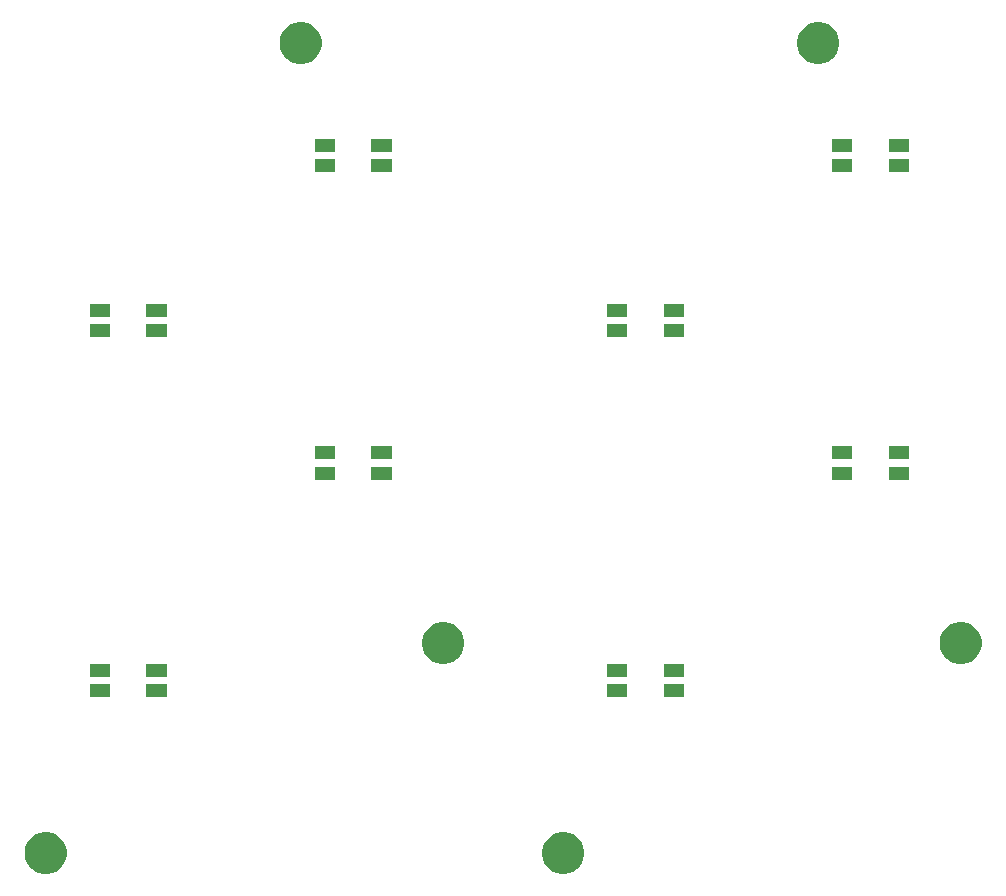
<source format=gbs>
G04 #@! TF.GenerationSoftware,KiCad,Pcbnew,5.0.2-bee76a0~70~ubuntu18.04.1*
G04 #@! TF.CreationDate,2019-07-24T01:50:04+09:00*
G04 #@! TF.ProjectId,shieldR,73686965-6c64-4522-9e6b-696361645f70,rev?*
G04 #@! TF.SameCoordinates,Original*
G04 #@! TF.FileFunction,Soldermask,Bot*
G04 #@! TF.FilePolarity,Negative*
%FSLAX46Y46*%
G04 Gerber Fmt 4.6, Leading zero omitted, Abs format (unit mm)*
G04 Created by KiCad (PCBNEW 5.0.2-bee76a0~70~ubuntu18.04.1) date 2019年07月24日 01時50分04秒*
%MOMM*%
%LPD*%
G01*
G04 APERTURE LIST*
%ADD10C,0.100000*%
G04 APERTURE END LIST*
D10*
G36*
X104025957Y-91627634D02*
X104350987Y-91762266D01*
X104643512Y-91957725D01*
X104892275Y-92206488D01*
X105087734Y-92499013D01*
X105222366Y-92824043D01*
X105291000Y-93169093D01*
X105291000Y-93520907D01*
X105222366Y-93865957D01*
X105087734Y-94190987D01*
X104892275Y-94483512D01*
X104643512Y-94732275D01*
X104350987Y-94927734D01*
X104025957Y-95062366D01*
X103680907Y-95131000D01*
X103329093Y-95131000D01*
X102984043Y-95062366D01*
X102659013Y-94927734D01*
X102366488Y-94732275D01*
X102117725Y-94483512D01*
X101922266Y-94190987D01*
X101787634Y-93865957D01*
X101719000Y-93520907D01*
X101719000Y-93169093D01*
X101787634Y-92824043D01*
X101922266Y-92499013D01*
X102117725Y-92206488D01*
X102366488Y-91957725D01*
X102659013Y-91762266D01*
X102984043Y-91627634D01*
X103329093Y-91559000D01*
X103680907Y-91559000D01*
X104025957Y-91627634D01*
X104025957Y-91627634D01*
G37*
G36*
X60210957Y-91627634D02*
X60535987Y-91762266D01*
X60828512Y-91957725D01*
X61077275Y-92206488D01*
X61272734Y-92499013D01*
X61407366Y-92824043D01*
X61476000Y-93169093D01*
X61476000Y-93520907D01*
X61407366Y-93865957D01*
X61272734Y-94190987D01*
X61077275Y-94483512D01*
X60828512Y-94732275D01*
X60535987Y-94927734D01*
X60210957Y-95062366D01*
X59865907Y-95131000D01*
X59514093Y-95131000D01*
X59169043Y-95062366D01*
X58844013Y-94927734D01*
X58551488Y-94732275D01*
X58302725Y-94483512D01*
X58107266Y-94190987D01*
X57972634Y-93865957D01*
X57904000Y-93520907D01*
X57904000Y-93169093D01*
X57972634Y-92824043D01*
X58107266Y-92499013D01*
X58302725Y-92206488D01*
X58551488Y-91957725D01*
X58844013Y-91762266D01*
X59169043Y-91627634D01*
X59514093Y-91559000D01*
X59865907Y-91559000D01*
X60210957Y-91627634D01*
X60210957Y-91627634D01*
G37*
G36*
X69926000Y-80166000D02*
X68224000Y-80166000D01*
X68224000Y-79064000D01*
X69926000Y-79064000D01*
X69926000Y-80166000D01*
X69926000Y-80166000D01*
G37*
G36*
X65126000Y-80166000D02*
X63424000Y-80166000D01*
X63424000Y-79064000D01*
X65126000Y-79064000D01*
X65126000Y-80166000D01*
X65126000Y-80166000D01*
G37*
G36*
X108941000Y-80166000D02*
X107239000Y-80166000D01*
X107239000Y-79064000D01*
X108941000Y-79064000D01*
X108941000Y-80166000D01*
X108941000Y-80166000D01*
G37*
G36*
X113741000Y-80166000D02*
X112039000Y-80166000D01*
X112039000Y-79064000D01*
X113741000Y-79064000D01*
X113741000Y-80166000D01*
X113741000Y-80166000D01*
G37*
G36*
X65126000Y-78416000D02*
X63424000Y-78416000D01*
X63424000Y-77314000D01*
X65126000Y-77314000D01*
X65126000Y-78416000D01*
X65126000Y-78416000D01*
G37*
G36*
X69926000Y-78416000D02*
X68224000Y-78416000D01*
X68224000Y-77314000D01*
X69926000Y-77314000D01*
X69926000Y-78416000D01*
X69926000Y-78416000D01*
G37*
G36*
X108941000Y-78416000D02*
X107239000Y-78416000D01*
X107239000Y-77314000D01*
X108941000Y-77314000D01*
X108941000Y-78416000D01*
X108941000Y-78416000D01*
G37*
G36*
X113741000Y-78416000D02*
X112039000Y-78416000D01*
X112039000Y-77314000D01*
X113741000Y-77314000D01*
X113741000Y-78416000D01*
X113741000Y-78416000D01*
G37*
G36*
X137680957Y-73847634D02*
X138005987Y-73982266D01*
X138298512Y-74177725D01*
X138547275Y-74426488D01*
X138742734Y-74719013D01*
X138877366Y-75044043D01*
X138946000Y-75389093D01*
X138946000Y-75740907D01*
X138877366Y-76085957D01*
X138742734Y-76410987D01*
X138547275Y-76703512D01*
X138298512Y-76952275D01*
X138005987Y-77147734D01*
X137680957Y-77282366D01*
X137335907Y-77351000D01*
X136984093Y-77351000D01*
X136639043Y-77282366D01*
X136314013Y-77147734D01*
X136021488Y-76952275D01*
X135772725Y-76703512D01*
X135577266Y-76410987D01*
X135442634Y-76085957D01*
X135374000Y-75740907D01*
X135374000Y-75389093D01*
X135442634Y-75044043D01*
X135577266Y-74719013D01*
X135772725Y-74426488D01*
X136021488Y-74177725D01*
X136314013Y-73982266D01*
X136639043Y-73847634D01*
X136984093Y-73779000D01*
X137335907Y-73779000D01*
X137680957Y-73847634D01*
X137680957Y-73847634D01*
G37*
G36*
X93865957Y-73847634D02*
X94190987Y-73982266D01*
X94483512Y-74177725D01*
X94732275Y-74426488D01*
X94927734Y-74719013D01*
X95062366Y-75044043D01*
X95131000Y-75389093D01*
X95131000Y-75740907D01*
X95062366Y-76085957D01*
X94927734Y-76410987D01*
X94732275Y-76703512D01*
X94483512Y-76952275D01*
X94190987Y-77147734D01*
X93865957Y-77282366D01*
X93520907Y-77351000D01*
X93169093Y-77351000D01*
X92824043Y-77282366D01*
X92499013Y-77147734D01*
X92206488Y-76952275D01*
X91957725Y-76703512D01*
X91762266Y-76410987D01*
X91627634Y-76085957D01*
X91559000Y-75740907D01*
X91559000Y-75389093D01*
X91627634Y-75044043D01*
X91762266Y-74719013D01*
X91957725Y-74426488D01*
X92206488Y-74177725D01*
X92499013Y-73982266D01*
X92824043Y-73847634D01*
X93169093Y-73779000D01*
X93520907Y-73779000D01*
X93865957Y-73847634D01*
X93865957Y-73847634D01*
G37*
G36*
X88976000Y-61751000D02*
X87274000Y-61751000D01*
X87274000Y-60649000D01*
X88976000Y-60649000D01*
X88976000Y-61751000D01*
X88976000Y-61751000D01*
G37*
G36*
X84176000Y-61751000D02*
X82474000Y-61751000D01*
X82474000Y-60649000D01*
X84176000Y-60649000D01*
X84176000Y-61751000D01*
X84176000Y-61751000D01*
G37*
G36*
X127991000Y-61751000D02*
X126289000Y-61751000D01*
X126289000Y-60649000D01*
X127991000Y-60649000D01*
X127991000Y-61751000D01*
X127991000Y-61751000D01*
G37*
G36*
X132791000Y-61751000D02*
X131089000Y-61751000D01*
X131089000Y-60649000D01*
X132791000Y-60649000D01*
X132791000Y-61751000D01*
X132791000Y-61751000D01*
G37*
G36*
X132791000Y-60001000D02*
X131089000Y-60001000D01*
X131089000Y-58899000D01*
X132791000Y-58899000D01*
X132791000Y-60001000D01*
X132791000Y-60001000D01*
G37*
G36*
X84176000Y-60001000D02*
X82474000Y-60001000D01*
X82474000Y-58899000D01*
X84176000Y-58899000D01*
X84176000Y-60001000D01*
X84176000Y-60001000D01*
G37*
G36*
X127991000Y-60001000D02*
X126289000Y-60001000D01*
X126289000Y-58899000D01*
X127991000Y-58899000D01*
X127991000Y-60001000D01*
X127991000Y-60001000D01*
G37*
G36*
X88976000Y-60001000D02*
X87274000Y-60001000D01*
X87274000Y-58899000D01*
X88976000Y-58899000D01*
X88976000Y-60001000D01*
X88976000Y-60001000D01*
G37*
G36*
X65126000Y-49686000D02*
X63424000Y-49686000D01*
X63424000Y-48584000D01*
X65126000Y-48584000D01*
X65126000Y-49686000D01*
X65126000Y-49686000D01*
G37*
G36*
X69926000Y-49686000D02*
X68224000Y-49686000D01*
X68224000Y-48584000D01*
X69926000Y-48584000D01*
X69926000Y-49686000D01*
X69926000Y-49686000D01*
G37*
G36*
X108941000Y-49686000D02*
X107239000Y-49686000D01*
X107239000Y-48584000D01*
X108941000Y-48584000D01*
X108941000Y-49686000D01*
X108941000Y-49686000D01*
G37*
G36*
X113741000Y-49686000D02*
X112039000Y-49686000D01*
X112039000Y-48584000D01*
X113741000Y-48584000D01*
X113741000Y-49686000D01*
X113741000Y-49686000D01*
G37*
G36*
X69926000Y-47936000D02*
X68224000Y-47936000D01*
X68224000Y-46834000D01*
X69926000Y-46834000D01*
X69926000Y-47936000D01*
X69926000Y-47936000D01*
G37*
G36*
X65126000Y-47936000D02*
X63424000Y-47936000D01*
X63424000Y-46834000D01*
X65126000Y-46834000D01*
X65126000Y-47936000D01*
X65126000Y-47936000D01*
G37*
G36*
X113741000Y-47936000D02*
X112039000Y-47936000D01*
X112039000Y-46834000D01*
X113741000Y-46834000D01*
X113741000Y-47936000D01*
X113741000Y-47936000D01*
G37*
G36*
X108941000Y-47936000D02*
X107239000Y-47936000D01*
X107239000Y-46834000D01*
X108941000Y-46834000D01*
X108941000Y-47936000D01*
X108941000Y-47936000D01*
G37*
G36*
X88976000Y-35716000D02*
X87274000Y-35716000D01*
X87274000Y-34614000D01*
X88976000Y-34614000D01*
X88976000Y-35716000D01*
X88976000Y-35716000D01*
G37*
G36*
X84176000Y-35716000D02*
X82474000Y-35716000D01*
X82474000Y-34614000D01*
X84176000Y-34614000D01*
X84176000Y-35716000D01*
X84176000Y-35716000D01*
G37*
G36*
X127991000Y-35716000D02*
X126289000Y-35716000D01*
X126289000Y-34614000D01*
X127991000Y-34614000D01*
X127991000Y-35716000D01*
X127991000Y-35716000D01*
G37*
G36*
X132791000Y-35716000D02*
X131089000Y-35716000D01*
X131089000Y-34614000D01*
X132791000Y-34614000D01*
X132791000Y-35716000D01*
X132791000Y-35716000D01*
G37*
G36*
X88976000Y-33966000D02*
X87274000Y-33966000D01*
X87274000Y-32864000D01*
X88976000Y-32864000D01*
X88976000Y-33966000D01*
X88976000Y-33966000D01*
G37*
G36*
X84176000Y-33966000D02*
X82474000Y-33966000D01*
X82474000Y-32864000D01*
X84176000Y-32864000D01*
X84176000Y-33966000D01*
X84176000Y-33966000D01*
G37*
G36*
X132791000Y-33966000D02*
X131089000Y-33966000D01*
X131089000Y-32864000D01*
X132791000Y-32864000D01*
X132791000Y-33966000D01*
X132791000Y-33966000D01*
G37*
G36*
X127991000Y-33966000D02*
X126289000Y-33966000D01*
X126289000Y-32864000D01*
X127991000Y-32864000D01*
X127991000Y-33966000D01*
X127991000Y-33966000D01*
G37*
G36*
X125615957Y-23047634D02*
X125940987Y-23182266D01*
X126233512Y-23377725D01*
X126482275Y-23626488D01*
X126677734Y-23919013D01*
X126812366Y-24244043D01*
X126881000Y-24589093D01*
X126881000Y-24940907D01*
X126812366Y-25285957D01*
X126677734Y-25610987D01*
X126482275Y-25903512D01*
X126233512Y-26152275D01*
X125940987Y-26347734D01*
X125615957Y-26482366D01*
X125270907Y-26551000D01*
X124919093Y-26551000D01*
X124574043Y-26482366D01*
X124249013Y-26347734D01*
X123956488Y-26152275D01*
X123707725Y-25903512D01*
X123512266Y-25610987D01*
X123377634Y-25285957D01*
X123309000Y-24940907D01*
X123309000Y-24589093D01*
X123377634Y-24244043D01*
X123512266Y-23919013D01*
X123707725Y-23626488D01*
X123956488Y-23377725D01*
X124249013Y-23182266D01*
X124574043Y-23047634D01*
X124919093Y-22979000D01*
X125270907Y-22979000D01*
X125615957Y-23047634D01*
X125615957Y-23047634D01*
G37*
G36*
X81800957Y-23047634D02*
X82125987Y-23182266D01*
X82418512Y-23377725D01*
X82667275Y-23626488D01*
X82862734Y-23919013D01*
X82997366Y-24244043D01*
X83066000Y-24589093D01*
X83066000Y-24940907D01*
X82997366Y-25285957D01*
X82862734Y-25610987D01*
X82667275Y-25903512D01*
X82418512Y-26152275D01*
X82125987Y-26347734D01*
X81800957Y-26482366D01*
X81455907Y-26551000D01*
X81104093Y-26551000D01*
X80759043Y-26482366D01*
X80434013Y-26347734D01*
X80141488Y-26152275D01*
X79892725Y-25903512D01*
X79697266Y-25610987D01*
X79562634Y-25285957D01*
X79494000Y-24940907D01*
X79494000Y-24589093D01*
X79562634Y-24244043D01*
X79697266Y-23919013D01*
X79892725Y-23626488D01*
X80141488Y-23377725D01*
X80434013Y-23182266D01*
X80759043Y-23047634D01*
X81104093Y-22979000D01*
X81455907Y-22979000D01*
X81800957Y-23047634D01*
X81800957Y-23047634D01*
G37*
M02*

</source>
